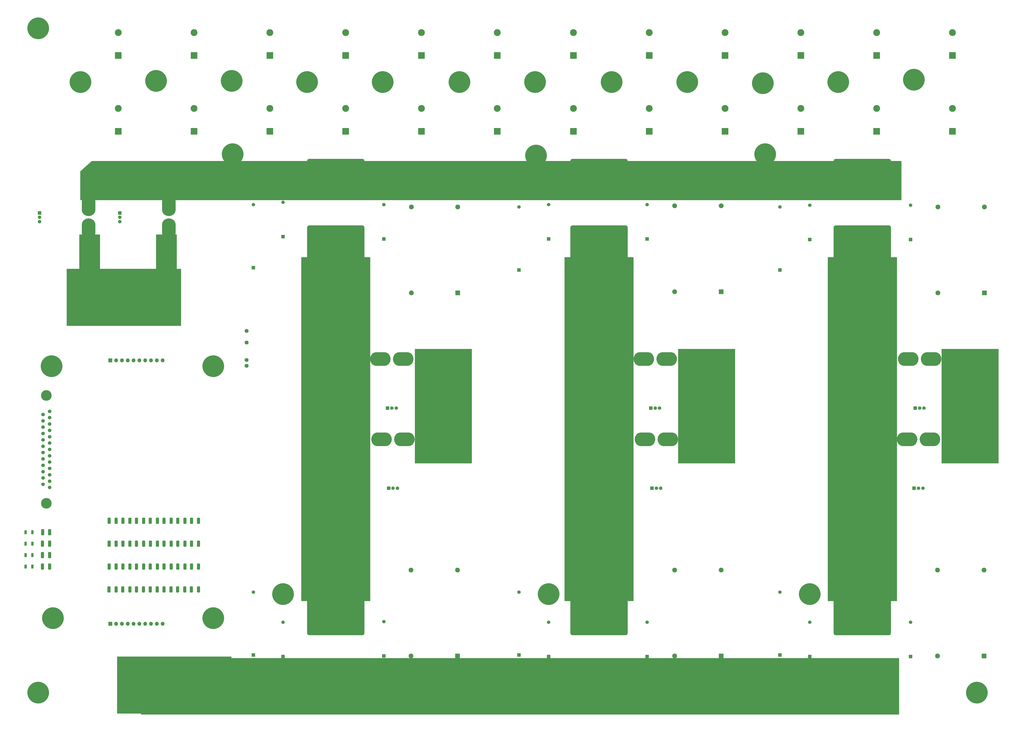
<source format=gbr>
%TF.GenerationSoftware,KiCad,Pcbnew,9.0.0*%
%TF.CreationDate,2025-04-30T18:12:18-07:00*%
%TF.ProjectId,PowerBoard,506f7765-7242-46f6-9172-642e6b696361,rev?*%
%TF.SameCoordinates,Original*%
%TF.FileFunction,Soldermask,Top*%
%TF.FilePolarity,Negative*%
%FSLAX46Y46*%
G04 Gerber Fmt 4.6, Leading zero omitted, Abs format (unit mm)*
G04 Created by KiCad (PCBNEW 9.0.0) date 2025-04-30 18:12:18*
%MOMM*%
%LPD*%
G01*
G04 APERTURE LIST*
G04 Aperture macros list*
%AMRoundRect*
0 Rectangle with rounded corners*
0 $1 Rounding radius*
0 $2 $3 $4 $5 $6 $7 $8 $9 X,Y pos of 4 corners*
0 Add a 4 corners polygon primitive as box body*
4,1,4,$2,$3,$4,$5,$6,$7,$8,$9,$2,$3,0*
0 Add four circle primitives for the rounded corners*
1,1,$1+$1,$2,$3*
1,1,$1+$1,$4,$5*
1,1,$1+$1,$6,$7*
1,1,$1+$1,$8,$9*
0 Add four rect primitives between the rounded corners*
20,1,$1+$1,$2,$3,$4,$5,0*
20,1,$1+$1,$4,$5,$6,$7,0*
20,1,$1+$1,$6,$7,$8,$9,0*
20,1,$1+$1,$8,$9,$2,$3,0*%
%AMHorizOval*
0 Thick line with rounded ends*
0 $1 width*
0 $2 $3 position (X,Y) of the first rounded end (center of the circle)*
0 $4 $5 position (X,Y) of the second rounded end (center of the circle)*
0 Add line between two ends*
20,1,$1,$2,$3,$4,$5,0*
0 Add two circle primitives to create the rounded ends*
1,1,$1,$2,$3*
1,1,$1,$4,$5*%
G04 Aperture macros list end*
%ADD10C,0.200000*%
%ADD11C,0.100000*%
%ADD12R,50.000000X25.000000*%
%ADD13C,9.500000*%
%ADD14RoundRect,0.250000X-0.400000X-1.075000X0.400000X-1.075000X0.400000X1.075000X-0.400000X1.075000X0*%
%ADD15R,3.000000X3.000000*%
%ADD16C,3.000000*%
%ADD17RoundRect,0.900000X11.600000X-8.100000X11.600000X8.100000X-11.600000X8.100000X-11.600000X-8.100000X0*%
%ADD18R,25.000000X50.000000*%
%ADD19R,1.500000X1.500000*%
%ADD20C,1.500000*%
%ADD21HorizOval,0.800000X0.000000X0.000000X0.000000X0.000000X0*%
%ADD22HorizOval,0.800000X0.000000X0.000000X0.000000X0.000000X0*%
%ADD23C,0.800000*%
%ADD24O,9.000000X6.000000*%
%ADD25R,2.100000X2.100000*%
%ADD26C,2.100000*%
%ADD27RoundRect,0.250000X0.400000X1.075000X-0.400000X1.075000X-0.400000X-1.075000X0.400000X-1.075000X0*%
%ADD28HorizOval,0.800000X0.000000X0.000000X0.000000X0.000000X0*%
%ADD29HorizOval,0.800000X0.000000X0.000000X0.000000X0.000000X0*%
%ADD30O,6.000000X9.000000*%
%ADD31C,1.725000*%
%ADD32R,1.700000X1.700000*%
%ADD33O,1.700000X1.700000*%
%ADD34R,1.000000X1.750000*%
%ADD35C,1.575000*%
%ADD36C,4.650000*%
G04 APERTURE END LIST*
D10*
X-55000000Y-230000000D02*
X276000000Y-230000000D01*
X276000000Y-254500000D01*
X-55000000Y-254500000D01*
X-55000000Y-230000000D01*
G36*
X-55000000Y-230000000D02*
G01*
X276000000Y-230000000D01*
X276000000Y-254500000D01*
X-55000000Y-254500000D01*
X-55000000Y-230000000D01*
G37*
X277000000Y-30000000D02*
X-52000000Y-30000000D01*
X-81500000Y-30000000D01*
X-81500000Y-17500000D01*
X-76500000Y-13000000D01*
X277000000Y-13000000D01*
X277000000Y-30000000D01*
G36*
X277000000Y-30000000D02*
G01*
X-52000000Y-30000000D01*
X-81500000Y-30000000D01*
X-81500000Y-17500000D01*
X-76500000Y-13000000D01*
X277000000Y-13000000D01*
X277000000Y-30000000D01*
G37*
D11*
X-82000000Y-45000000D02*
X-73000000Y-45000000D01*
X-73000000Y-60000000D01*
X-82000000Y-60000000D01*
X-82000000Y-45000000D01*
G36*
X-82000000Y-45000000D02*
G01*
X-73000000Y-45000000D01*
X-73000000Y-60000000D01*
X-82000000Y-60000000D01*
X-82000000Y-45000000D01*
G37*
X-48500000Y-45000000D02*
X-39500000Y-45000000D01*
X-39500000Y-60000000D01*
X-48500000Y-60000000D01*
X-48500000Y-45000000D01*
G36*
X-48500000Y-45000000D02*
G01*
X-39500000Y-45000000D01*
X-39500000Y-60000000D01*
X-48500000Y-60000000D01*
X-48500000Y-45000000D01*
G37*
D10*
X160000000Y-205000000D02*
X130000000Y-205000000D01*
X130000000Y-55000000D01*
X160000000Y-55000000D01*
X160000000Y-205000000D01*
G36*
X160000000Y-205000000D02*
G01*
X130000000Y-205000000D01*
X130000000Y-55000000D01*
X160000000Y-55000000D01*
X160000000Y-205000000D01*
G37*
X45000000Y-205000000D02*
X15000000Y-205000000D01*
X15000000Y-55000000D01*
X45000000Y-55000000D01*
X45000000Y-205000000D01*
G36*
X45000000Y-205000000D02*
G01*
X15000000Y-205000000D01*
X15000000Y-55000000D01*
X45000000Y-55000000D01*
X45000000Y-205000000D01*
G37*
X275000000Y-205000000D02*
X245000000Y-205000000D01*
X245000000Y-55000000D01*
X275000000Y-55000000D01*
X275000000Y-205000000D01*
G36*
X275000000Y-205000000D02*
G01*
X245000000Y-205000000D01*
X245000000Y-55000000D01*
X275000000Y-55000000D01*
X275000000Y-205000000D01*
G37*
D12*
%TO.C,J2*%
X-62500000Y-72500000D03*
%TD*%
D13*
%TO.C,H22*%
X7000000Y-202000000D03*
%TD*%
D14*
%TO.C,R12*%
X-51000000Y-170000000D03*
X-47900000Y-170000000D03*
%TD*%
D15*
%TO.C,C16*%
X34300000Y33100000D03*
D16*
X34300000Y43100000D03*
%TD*%
D14*
%TO.C,R29*%
X-69000000Y-190000000D03*
X-65900000Y-190000000D03*
%TD*%
D15*
%TO.C,C14*%
X-31900000Y33100000D03*
D16*
X-31900000Y43100000D03*
%TD*%
D15*
%TO.C,C5*%
X266200000Y0D03*
D16*
X266200000Y10000000D03*
%TD*%
D15*
%TO.C,C1*%
X133800000Y0D03*
D16*
X133800000Y10000000D03*
%TD*%
D13*
%TO.C,H4*%
X-23500000Y-212500000D03*
%TD*%
D14*
%TO.C,R13*%
X-57000000Y-170000000D03*
X-53900000Y-170000000D03*
%TD*%
D17*
%TO.C,Q4*%
X145000000Y-240000000D03*
X145000000Y-211000000D03*
%TD*%
D14*
%TO.C,R21*%
X-63000000Y-180000000D03*
X-59900000Y-180000000D03*
%TD*%
%TO.C,R36*%
X-69050000Y-200000000D03*
X-65950000Y-200000000D03*
%TD*%
D18*
%TO.C,J4*%
X192000000Y-120000000D03*
%TD*%
D13*
%TO.C,H9*%
X249500000Y21500000D03*
%TD*%
D15*
%TO.C,C101*%
X133800000Y33100000D03*
D16*
X133800000Y43100000D03*
%TD*%
D17*
%TO.C,Q2*%
X30000000Y-240000000D03*
X30000000Y-211000000D03*
%TD*%
D13*
%TO.C,H16*%
X17500000Y21500000D03*
%TD*%
D19*
%TO.C,C100*%
X224000000Y-60500000D03*
D20*
X224000000Y-33000000D03*
%TD*%
D14*
%TO.C,R19*%
X-50950000Y-180000000D03*
X-47850000Y-180000000D03*
%TD*%
D17*
%TO.C,Q3*%
X145000000Y-50000000D03*
X145000000Y-21000000D03*
%TD*%
D14*
%TO.C,R24*%
X-39000000Y-190000000D03*
X-35900000Y-190000000D03*
%TD*%
D15*
%TO.C,C6*%
X299300000Y0D03*
D16*
X299300000Y10000000D03*
%TD*%
D17*
%TO.C,Q5*%
X260000000Y-50000000D03*
X260000000Y-21000000D03*
%TD*%
D13*
%TO.C,H14*%
X84000000Y21500000D03*
%TD*%
D19*
%TO.C,IC9*%
X282600000Y-155825000D03*
D20*
X284510000Y-155825000D03*
X286420000Y-155825000D03*
D21*
X285560000Y-133795000D03*
D22*
X285560000Y-135055000D03*
D23*
X286310000Y-132765000D03*
X286310000Y-136085000D03*
X287510000Y-132375000D03*
X287510000Y-136475000D03*
X288840000Y-132375000D03*
X288840000Y-136475000D03*
D24*
X289510000Y-134425000D03*
D23*
X290180000Y-132375000D03*
X290180000Y-136475000D03*
X291510000Y-132375000D03*
X291510000Y-136475000D03*
X292710000Y-132765000D03*
X292710000Y-136085000D03*
X293460000Y-133795000D03*
X293460000Y-135055000D03*
X275560000Y-133795000D03*
X275560000Y-135055000D03*
X276310000Y-132765000D03*
X276310000Y-136085000D03*
X277510000Y-132375000D03*
X277510000Y-136475000D03*
X278840000Y-132375000D03*
X278840000Y-136475000D03*
D24*
X279510000Y-134425000D03*
D23*
X280180000Y-132375000D03*
X280180000Y-136475000D03*
X281510000Y-132375000D03*
X281510000Y-136475000D03*
X282710000Y-132765000D03*
X282710000Y-136085000D03*
D22*
X283460000Y-133795000D03*
D21*
X283460000Y-135055000D03*
%TD*%
D13*
%TO.C,H1*%
X-94150000Y-102500000D03*
%TD*%
D15*
%TO.C,C12*%
X100500000Y0D03*
D16*
X100500000Y10000000D03*
%TD*%
D25*
%TO.C,C97*%
X313150000Y-229000000D03*
D26*
X313150000Y-191500000D03*
X292850000Y-229000000D03*
X292850000Y-191500000D03*
%TD*%
D17*
%TO.C,Q6*%
X260000000Y-240000000D03*
X260000000Y-211000000D03*
%TD*%
D14*
%TO.C,R9*%
X-33000000Y-170000000D03*
X-29900000Y-170000000D03*
%TD*%
D19*
%TO.C,C99*%
X281000000Y-47275000D03*
D20*
X281000000Y-32275000D03*
%TD*%
D14*
%TO.C,R18*%
X-45000000Y-180000000D03*
X-41900000Y-180000000D03*
%TD*%
%TO.C,R14*%
X-69000000Y-170000000D03*
X-65900000Y-170000000D03*
%TD*%
%TO.C,R31*%
X-39050000Y-200000000D03*
X-35950000Y-200000000D03*
%TD*%
D15*
%TO.C,C17*%
X67400000Y33100000D03*
D16*
X67400000Y43100000D03*
%TD*%
D14*
%TO.C,R32*%
X-45050000Y-200000000D03*
X-41950000Y-200000000D03*
%TD*%
%TO.C,R25*%
X-45000000Y-190000000D03*
X-41900000Y-190000000D03*
%TD*%
D15*
%TO.C,C11*%
X67400000Y0D03*
D16*
X67400000Y10000000D03*
%TD*%
D13*
%TO.C,H7*%
X310000000Y-245000000D03*
%TD*%
D19*
%TO.C,C110*%
X110000000Y-228625000D03*
D20*
X110000000Y-201125000D03*
%TD*%
D25*
%TO.C,C87*%
X83150000Y-229000000D03*
D26*
X83150000Y-191500000D03*
X62850000Y-229000000D03*
X62850000Y-191500000D03*
%TD*%
D15*
%TO.C,C3*%
X200000000Y0D03*
D16*
X200000000Y10000000D03*
%TD*%
D14*
%TO.C,R17*%
X-39000000Y-180000000D03*
X-35900000Y-180000000D03*
%TD*%
D19*
%TO.C,C98*%
X237000000Y-47275000D03*
D20*
X237000000Y-32275000D03*
%TD*%
D27*
%TO.C,R62*%
X-94950000Y-175000000D03*
X-98050000Y-175000000D03*
%TD*%
D14*
%TO.C,R35*%
X-63050000Y-200000000D03*
X-59950000Y-200000000D03*
%TD*%
D19*
%TO.C,IC3*%
X-99325000Y-35600000D03*
D20*
X-99325000Y-37510000D03*
X-99325000Y-39420000D03*
D28*
X-77295000Y-38560000D03*
D29*
X-78555000Y-38560000D03*
D23*
X-76265000Y-39310000D03*
X-79585000Y-39310000D03*
X-75875000Y-40510000D03*
X-79975000Y-40510000D03*
X-75875000Y-41840000D03*
X-79975000Y-41840000D03*
D30*
X-77925000Y-42510000D03*
D23*
X-75875000Y-43180000D03*
X-79975000Y-43180000D03*
X-75875000Y-44510000D03*
X-79975000Y-44510000D03*
X-76265000Y-45710000D03*
X-79585000Y-45710000D03*
X-77295000Y-46460000D03*
X-78555000Y-46460000D03*
X-77295000Y-28560000D03*
X-78555000Y-28560000D03*
X-76265000Y-29310000D03*
X-79585000Y-29310000D03*
X-75875000Y-30510000D03*
X-79975000Y-30510000D03*
X-75875000Y-31840000D03*
X-79975000Y-31840000D03*
D30*
X-77925000Y-32510000D03*
D23*
X-75875000Y-33180000D03*
X-79975000Y-33180000D03*
X-75875000Y-34510000D03*
X-79975000Y-34510000D03*
X-76265000Y-35710000D03*
X-79585000Y-35710000D03*
D29*
X-77295000Y-36460000D03*
D28*
X-78555000Y-36460000D03*
%TD*%
D19*
%TO.C,C103*%
X237000000Y-229275000D03*
D20*
X237000000Y-214275000D03*
%TD*%
D13*
%TO.C,H23*%
X123000000Y-202000000D03*
%TD*%
%TO.C,H10*%
X216500000Y21000000D03*
%TD*%
D19*
%TO.C,IC6*%
X52590000Y-120825000D03*
D20*
X54500000Y-120825000D03*
X56410000Y-120825000D03*
D21*
X55550000Y-98795000D03*
D22*
X55550000Y-100055000D03*
D23*
X56300000Y-97765000D03*
X56300000Y-101085000D03*
X57500000Y-97375000D03*
X57500000Y-101475000D03*
X58830000Y-97375000D03*
X58830000Y-101475000D03*
D24*
X59500000Y-99425000D03*
D23*
X60170000Y-97375000D03*
X60170000Y-101475000D03*
X61500000Y-97375000D03*
X61500000Y-101475000D03*
X62700000Y-97765000D03*
X62700000Y-101085000D03*
X63450000Y-98795000D03*
X63450000Y-100055000D03*
X45550000Y-98795000D03*
X45550000Y-100055000D03*
X46300000Y-97765000D03*
X46300000Y-101085000D03*
X47500000Y-97375000D03*
X47500000Y-101475000D03*
X48830000Y-97375000D03*
X48830000Y-101475000D03*
D24*
X49500000Y-99425000D03*
D23*
X50170000Y-97375000D03*
X50170000Y-101475000D03*
X51500000Y-97375000D03*
X51500000Y-101475000D03*
X52700000Y-97765000D03*
X52700000Y-101085000D03*
D22*
X53450000Y-98795000D03*
D21*
X53450000Y-100055000D03*
%TD*%
D14*
%TO.C,R33*%
X-51050000Y-200000000D03*
X-47950000Y-200000000D03*
%TD*%
D19*
%TO.C,C20*%
X7000000Y-46000000D03*
D20*
X7000000Y-31000000D03*
%TD*%
D15*
%TO.C,C18*%
X100500000Y33100000D03*
D16*
X100500000Y43100000D03*
%TD*%
D13*
%TO.C,H8*%
X282500000Y22500000D03*
%TD*%
D15*
%TO.C,C111*%
X266200000Y33100000D03*
D16*
X266200000Y43100000D03*
%TD*%
D27*
%TO.C,R63*%
X-95000000Y-180000000D03*
X-98100000Y-180000000D03*
%TD*%
D17*
%TO.C,Q1*%
X30000000Y-50000000D03*
X30000000Y-21000000D03*
%TD*%
D13*
%TO.C,H6*%
X-100000000Y-245000000D03*
%TD*%
D14*
%TO.C,R10*%
X-39000000Y-170000000D03*
X-35900000Y-170000000D03*
%TD*%
D13*
%TO.C,H24*%
X237000000Y-202000000D03*
%TD*%
D31*
%TO.C,PS1*%
X-8915000Y-102325000D03*
X-8915000Y-99785000D03*
X-8915000Y-92165000D03*
X-8915000Y-87085000D03*
%TD*%
D19*
%TO.C,C88*%
X51000000Y-229000000D03*
D20*
X51000000Y-214000000D03*
%TD*%
D13*
%TO.C,H21*%
X217500000Y-10000000D03*
%TD*%
D15*
%TO.C,C9*%
X1200000Y0D03*
D16*
X1200000Y10000000D03*
%TD*%
D32*
%TO.C,J8*%
X-68500000Y-215000000D03*
D33*
X-65960000Y-215000000D03*
X-63420000Y-215000000D03*
X-60880000Y-215000000D03*
X-58340000Y-215000000D03*
X-55800000Y-215000000D03*
X-53260000Y-215000000D03*
X-50720000Y-215000000D03*
X-48180000Y-215000000D03*
X-45640000Y-215000000D03*
%TD*%
D15*
%TO.C,C15*%
X1200000Y33100000D03*
D16*
X1200000Y43100000D03*
%TD*%
D14*
%TO.C,R30*%
X-33050000Y-200000000D03*
X-29950000Y-200000000D03*
%TD*%
D19*
%TO.C,C94*%
X166000000Y-47000000D03*
D20*
X166000000Y-32000000D03*
%TD*%
D13*
%TO.C,H13*%
X117000000Y21500000D03*
%TD*%
D14*
%TO.C,R22*%
X-69000000Y-180000000D03*
X-65900000Y-180000000D03*
%TD*%
D19*
%TO.C,IC5*%
X53090000Y-155825000D03*
D20*
X55000000Y-155825000D03*
X56910000Y-155825000D03*
D21*
X56050000Y-133795000D03*
D22*
X56050000Y-135055000D03*
D23*
X56800000Y-132765000D03*
X56800000Y-136085000D03*
X58000000Y-132375000D03*
X58000000Y-136475000D03*
X59330000Y-132375000D03*
X59330000Y-136475000D03*
D24*
X60000000Y-134425000D03*
D23*
X60670000Y-132375000D03*
X60670000Y-136475000D03*
X62000000Y-132375000D03*
X62000000Y-136475000D03*
X63200000Y-132765000D03*
X63200000Y-136085000D03*
X63950000Y-133795000D03*
X63950000Y-135055000D03*
X46050000Y-133795000D03*
X46050000Y-135055000D03*
X46800000Y-132765000D03*
X46800000Y-136085000D03*
X48000000Y-132375000D03*
X48000000Y-136475000D03*
X49330000Y-132375000D03*
X49330000Y-136475000D03*
D24*
X50000000Y-134425000D03*
D23*
X50670000Y-132375000D03*
X50670000Y-136475000D03*
X52000000Y-132375000D03*
X52000000Y-136475000D03*
X53200000Y-132765000D03*
X53200000Y-136085000D03*
D22*
X53950000Y-133795000D03*
D21*
X53950000Y-135055000D03*
%TD*%
D25*
%TO.C,C96*%
X313300000Y-70500000D03*
D26*
X313300000Y-33000000D03*
X293000000Y-70500000D03*
X293000000Y-33000000D03*
%TD*%
D15*
%TO.C,C2*%
X166900000Y0D03*
D16*
X166900000Y10000000D03*
%TD*%
D19*
%TO.C,C108*%
X123000000Y-229275000D03*
D20*
X123000000Y-214275000D03*
%TD*%
D14*
%TO.C,R23*%
X-33000000Y-190000000D03*
X-29900000Y-190000000D03*
%TD*%
%TO.C,R27*%
X-57000000Y-190000000D03*
X-53900000Y-190000000D03*
%TD*%
D18*
%TO.C,J5*%
X307000000Y-120000000D03*
%TD*%
D15*
%TO.C,C13*%
X-65000000Y33100000D03*
D16*
X-65000000Y43100000D03*
%TD*%
D13*
%TO.C,H15*%
X50500000Y21500000D03*
%TD*%
%TO.C,H17*%
X-15500000Y22000000D03*
%TD*%
D14*
%TO.C,R11*%
X-45000000Y-170000000D03*
X-41900000Y-170000000D03*
%TD*%
D13*
%TO.C,H19*%
X-81500000Y21500000D03*
%TD*%
%TO.C,H18*%
X-48500000Y22000000D03*
%TD*%
D19*
%TO.C,C90*%
X-6000000Y-228625000D03*
D20*
X-6000000Y-201125000D03*
%TD*%
D19*
%TO.C,C104*%
X281000000Y-229275000D03*
D20*
X281000000Y-214275000D03*
%TD*%
D34*
%TO.C,LED2*%
X-105500000Y-180000000D03*
X-102500000Y-180000000D03*
%TD*%
D15*
%TO.C,C8*%
X-31900000Y0D03*
D16*
X-31900000Y10000000D03*
%TD*%
D19*
%TO.C,IC4*%
X-64325000Y-35600000D03*
D20*
X-64325000Y-37510000D03*
X-64325000Y-39420000D03*
D28*
X-42295000Y-38560000D03*
D29*
X-43555000Y-38560000D03*
D23*
X-41265000Y-39310000D03*
X-44585000Y-39310000D03*
X-40875000Y-40510000D03*
X-44975000Y-40510000D03*
X-40875000Y-41840000D03*
X-44975000Y-41840000D03*
D30*
X-42925000Y-42510000D03*
D23*
X-40875000Y-43180000D03*
X-44975000Y-43180000D03*
X-40875000Y-44510000D03*
X-44975000Y-44510000D03*
X-41265000Y-45710000D03*
X-44585000Y-45710000D03*
X-42295000Y-46460000D03*
X-43555000Y-46460000D03*
X-42295000Y-28560000D03*
X-43555000Y-28560000D03*
X-41265000Y-29310000D03*
X-44585000Y-29310000D03*
X-40875000Y-30510000D03*
X-44975000Y-30510000D03*
X-40875000Y-31840000D03*
X-44975000Y-31840000D03*
D30*
X-42925000Y-32510000D03*
D23*
X-40875000Y-33180000D03*
X-44975000Y-33180000D03*
X-40875000Y-34510000D03*
X-44975000Y-34510000D03*
X-41265000Y-35710000D03*
X-44585000Y-35710000D03*
D29*
X-42295000Y-36460000D03*
D28*
X-43555000Y-36460000D03*
%TD*%
D15*
%TO.C,C10*%
X34300000Y0D03*
D16*
X34300000Y10000000D03*
%TD*%
D25*
%TO.C,C86*%
X83300000Y-70500000D03*
D26*
X83300000Y-33000000D03*
X63000000Y-70500000D03*
X63000000Y-33000000D03*
%TD*%
D19*
%TO.C,C95*%
X110000000Y-60500000D03*
D20*
X110000000Y-33000000D03*
%TD*%
D19*
%TO.C,C93*%
X123000000Y-47000000D03*
D20*
X123000000Y-32000000D03*
%TD*%
D15*
%TO.C,C7*%
X-65000000Y0D03*
D16*
X-65000000Y10000000D03*
%TD*%
D14*
%TO.C,R28*%
X-63000000Y-190000000D03*
X-59900000Y-190000000D03*
%TD*%
%TO.C,R16*%
X-33000000Y-180000000D03*
X-29900000Y-180000000D03*
%TD*%
D19*
%TO.C,C84*%
X51000000Y-47000000D03*
D20*
X51000000Y-32000000D03*
%TD*%
D19*
%TO.C,C85*%
X-6000000Y-59500000D03*
D20*
X-6000000Y-32000000D03*
%TD*%
D34*
%TO.C,LED1*%
X-105500000Y-175000000D03*
X-102500000Y-175000000D03*
%TD*%
D25*
%TO.C,C91*%
X198300000Y-70000000D03*
D26*
X198300000Y-32500000D03*
X178000000Y-70000000D03*
X178000000Y-32500000D03*
%TD*%
D32*
%TO.C,J9*%
X-68500000Y-100000000D03*
D33*
X-65960000Y-100000000D03*
X-63420000Y-100000000D03*
X-60880000Y-100000000D03*
X-58340000Y-100000000D03*
X-55800000Y-100000000D03*
X-53260000Y-100000000D03*
X-50720000Y-100000000D03*
X-48180000Y-100000000D03*
X-45640000Y-100000000D03*
%TD*%
D15*
%TO.C,C106*%
X200000000Y33100000D03*
D16*
X200000000Y43100000D03*
%TD*%
D13*
%TO.C,H5*%
X-100000000Y45000000D03*
%TD*%
D19*
%TO.C,C89*%
X7000000Y-229275000D03*
D20*
X7000000Y-214275000D03*
%TD*%
D13*
%TO.C,H11*%
X183500000Y21500000D03*
%TD*%
D15*
%TO.C,C112*%
X299300000Y33100000D03*
D16*
X299300000Y43100000D03*
%TD*%
D15*
%TO.C,C107*%
X233100000Y33100000D03*
D16*
X233100000Y43100000D03*
%TD*%
D13*
%TO.C,H20*%
X117500000Y-10550000D03*
%TD*%
D15*
%TO.C,C4*%
X233100000Y0D03*
D16*
X233100000Y10000000D03*
%TD*%
D25*
%TO.C,C92*%
X198300000Y-229000000D03*
D26*
X198300000Y-191500000D03*
X178000000Y-229000000D03*
X178000000Y-191500000D03*
%TD*%
D34*
%TO.C,LED4*%
X-105500000Y-190000000D03*
X-102500000Y-190000000D03*
%TD*%
D12*
%TO.C,J1*%
X-40500000Y-241750000D03*
%TD*%
D14*
%TO.C,R34*%
X-57050000Y-200000000D03*
X-53950000Y-200000000D03*
%TD*%
D13*
%TO.C,H19*%
X-15000000Y-10000000D03*
%TD*%
%TO.C,H3*%
X-93500000Y-212500000D03*
%TD*%
D19*
%TO.C,C109*%
X166000000Y-229275000D03*
D20*
X166000000Y-214275000D03*
%TD*%
D14*
%TO.C,R20*%
X-57000000Y-180000000D03*
X-53900000Y-180000000D03*
%TD*%
D18*
%TO.C,J3*%
X77000000Y-120000000D03*
%TD*%
D19*
%TO.C,IC8*%
X167600000Y-120825000D03*
D20*
X169510000Y-120825000D03*
X171420000Y-120825000D03*
D21*
X170560000Y-98795000D03*
D22*
X170560000Y-100055000D03*
D23*
X171310000Y-97765000D03*
X171310000Y-101085000D03*
X172510000Y-97375000D03*
X172510000Y-101475000D03*
X173840000Y-97375000D03*
X173840000Y-101475000D03*
D24*
X174510000Y-99425000D03*
D23*
X175180000Y-97375000D03*
X175180000Y-101475000D03*
X176510000Y-97375000D03*
X176510000Y-101475000D03*
X177710000Y-97765000D03*
X177710000Y-101085000D03*
X178460000Y-98795000D03*
X178460000Y-100055000D03*
X160560000Y-98795000D03*
X160560000Y-100055000D03*
X161310000Y-97765000D03*
X161310000Y-101085000D03*
X162510000Y-97375000D03*
X162510000Y-101475000D03*
X163840000Y-97375000D03*
X163840000Y-101475000D03*
D24*
X164510000Y-99425000D03*
D23*
X165180000Y-97375000D03*
X165180000Y-101475000D03*
X166510000Y-97375000D03*
X166510000Y-101475000D03*
X167710000Y-97765000D03*
X167710000Y-101085000D03*
D22*
X168460000Y-98795000D03*
D21*
X168460000Y-100055000D03*
%TD*%
D13*
%TO.C,H12*%
X150500000Y21500000D03*
%TD*%
D27*
%TO.C,R64*%
X-95000000Y-185000000D03*
X-98100000Y-185000000D03*
%TD*%
D14*
%TO.C,R26*%
X-51000000Y-190000000D03*
X-47900000Y-190000000D03*
%TD*%
D19*
%TO.C,IC7*%
X168100000Y-155825000D03*
D20*
X170010000Y-155825000D03*
X171920000Y-155825000D03*
D21*
X171060000Y-133795000D03*
D22*
X171060000Y-135055000D03*
D23*
X171810000Y-132765000D03*
X171810000Y-136085000D03*
X173010000Y-132375000D03*
X173010000Y-136475000D03*
X174340000Y-132375000D03*
X174340000Y-136475000D03*
D24*
X175010000Y-134425000D03*
D23*
X175680000Y-132375000D03*
X175680000Y-136475000D03*
X177010000Y-132375000D03*
X177010000Y-136475000D03*
X178210000Y-132765000D03*
X178210000Y-136085000D03*
X178960000Y-133795000D03*
X178960000Y-135055000D03*
X161060000Y-133795000D03*
X161060000Y-135055000D03*
X161810000Y-132765000D03*
X161810000Y-136085000D03*
X163010000Y-132375000D03*
X163010000Y-136475000D03*
X164340000Y-132375000D03*
X164340000Y-136475000D03*
D24*
X165010000Y-134425000D03*
D23*
X165680000Y-132375000D03*
X165680000Y-136475000D03*
X167010000Y-132375000D03*
X167010000Y-136475000D03*
X168210000Y-132765000D03*
X168210000Y-136085000D03*
D22*
X168960000Y-133795000D03*
D21*
X168960000Y-135055000D03*
%TD*%
D19*
%TO.C,IC10*%
X283100000Y-120825000D03*
D20*
X285010000Y-120825000D03*
X286920000Y-120825000D03*
D21*
X286060000Y-98795000D03*
D22*
X286060000Y-100055000D03*
D23*
X286810000Y-97765000D03*
X286810000Y-101085000D03*
X288010000Y-97375000D03*
X288010000Y-101475000D03*
X289340000Y-97375000D03*
X289340000Y-101475000D03*
D24*
X290010000Y-99425000D03*
D23*
X290680000Y-97375000D03*
X290680000Y-101475000D03*
X292010000Y-97375000D03*
X292010000Y-101475000D03*
X293210000Y-97765000D03*
X293210000Y-101085000D03*
X293960000Y-98795000D03*
X293960000Y-100055000D03*
X276060000Y-98795000D03*
X276060000Y-100055000D03*
X276810000Y-97765000D03*
X276810000Y-101085000D03*
X278010000Y-97375000D03*
X278010000Y-101475000D03*
X279340000Y-97375000D03*
X279340000Y-101475000D03*
D24*
X280010000Y-99425000D03*
D23*
X280680000Y-97375000D03*
X280680000Y-101475000D03*
X282010000Y-97375000D03*
X282010000Y-101475000D03*
X283210000Y-97765000D03*
X283210000Y-101085000D03*
D22*
X283960000Y-98795000D03*
D21*
X283960000Y-100055000D03*
%TD*%
D15*
%TO.C,C102*%
X166900000Y33100000D03*
D16*
X166900000Y43100000D03*
%TD*%
D13*
%TO.C,H2*%
X-23500000Y-102500000D03*
%TD*%
D19*
%TO.C,C105*%
X224000000Y-228625000D03*
D20*
X224000000Y-201125000D03*
%TD*%
D14*
%TO.C,R15*%
X-63000000Y-170000000D03*
X-59900000Y-170000000D03*
%TD*%
D34*
%TO.C,LED3*%
X-105500000Y-185000000D03*
X-102500000Y-185000000D03*
%TD*%
D27*
%TO.C,R65*%
X-95000000Y-190000000D03*
X-98100000Y-190000000D03*
%TD*%
D35*
%TO.C,J6*%
X-95000000Y-122230000D03*
X-95000000Y-125000000D03*
X-95000000Y-127770000D03*
X-95000000Y-130540000D03*
X-95000000Y-133310000D03*
X-95000000Y-136080000D03*
X-95000000Y-138850000D03*
X-95000000Y-141620000D03*
X-95000000Y-144390000D03*
X-95000000Y-147160000D03*
X-95000000Y-149930000D03*
X-95000000Y-152700000D03*
X-95000000Y-155470000D03*
X-97840000Y-154085000D03*
X-97840000Y-151315000D03*
X-97840000Y-148545000D03*
X-97840000Y-145775000D03*
X-97840000Y-143005000D03*
X-97840000Y-140235000D03*
X-97840000Y-137465000D03*
X-97840000Y-134695000D03*
X-97840000Y-131925000D03*
X-97840000Y-129155000D03*
X-97840000Y-126385000D03*
X-97840000Y-123615000D03*
D36*
X-96420000Y-115330000D03*
X-96420000Y-162370000D03*
%TD*%
M02*

</source>
